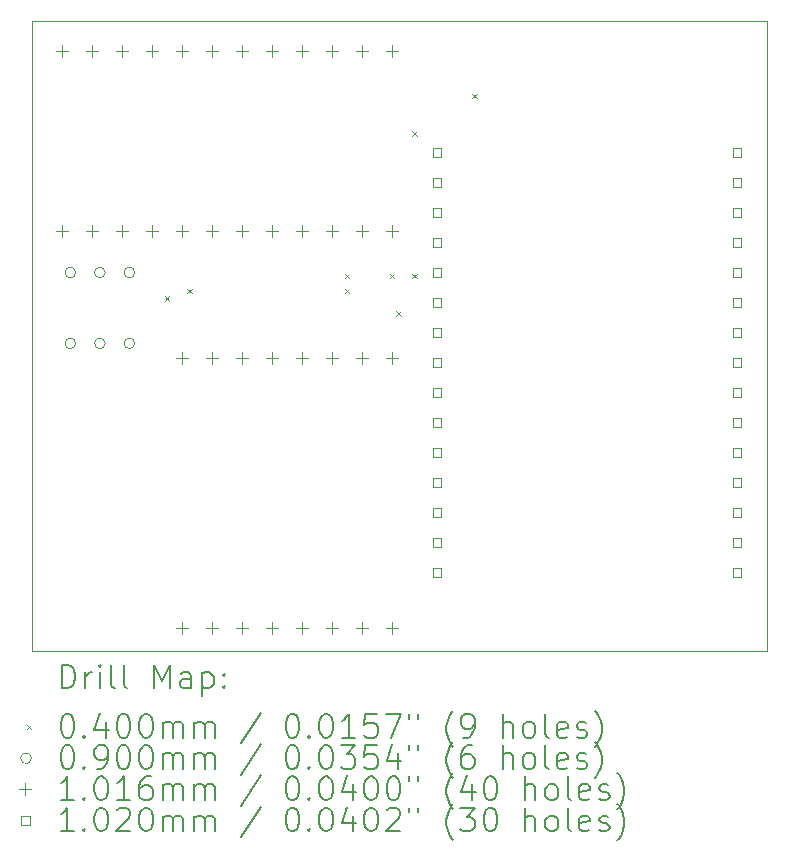
<source format=gbr>
%FSLAX45Y45*%
G04 Gerber Fmt 4.5, Leading zero omitted, Abs format (unit mm)*
G04 Created by KiCad (PCBNEW (6.0.5)) date 2022-12-08 11:31:31*
%MOMM*%
%LPD*%
G01*
G04 APERTURE LIST*
%TA.AperFunction,Profile*%
%ADD10C,0.100000*%
%TD*%
%ADD11C,0.200000*%
%ADD12C,0.040000*%
%ADD13C,0.090000*%
%ADD14C,0.101600*%
%ADD15C,0.102000*%
G04 APERTURE END LIST*
D10*
X10541000Y-5270500D02*
X16764000Y-5270500D01*
X16764000Y-5270500D02*
X16764000Y-10604500D01*
X16764000Y-10604500D02*
X10541000Y-10604500D01*
X10541000Y-10604500D02*
X10541000Y-5270500D01*
D11*
D12*
X11664000Y-7600000D02*
X11704000Y-7640000D01*
X11704000Y-7600000D02*
X11664000Y-7640000D01*
X11854500Y-7536500D02*
X11894500Y-7576500D01*
X11894500Y-7536500D02*
X11854500Y-7576500D01*
X13188000Y-7409500D02*
X13228000Y-7449500D01*
X13228000Y-7409500D02*
X13188000Y-7449500D01*
X13188000Y-7536500D02*
X13228000Y-7576500D01*
X13228000Y-7536500D02*
X13188000Y-7576500D01*
X13569000Y-7409500D02*
X13609000Y-7449500D01*
X13609000Y-7409500D02*
X13569000Y-7449500D01*
X13624251Y-7727000D02*
X13664251Y-7767000D01*
X13664251Y-7727000D02*
X13624251Y-7767000D01*
X13759500Y-6203000D02*
X13799500Y-6243000D01*
X13799500Y-6203000D02*
X13759500Y-6243000D01*
X13759500Y-7409500D02*
X13799500Y-7449500D01*
X13799500Y-7409500D02*
X13759500Y-7449500D01*
X14267500Y-5885500D02*
X14307500Y-5925500D01*
X14307500Y-5885500D02*
X14267500Y-5925500D01*
D13*
X10911500Y-7401000D02*
G75*
G03*
X10911500Y-7401000I-45000J0D01*
G01*
X10911500Y-8001000D02*
G75*
G03*
X10911500Y-8001000I-45000J0D01*
G01*
X11161500Y-7401000D02*
G75*
G03*
X11161500Y-7401000I-45000J0D01*
G01*
X11161500Y-8001000D02*
G75*
G03*
X11161500Y-8001000I-45000J0D01*
G01*
X11411500Y-7401000D02*
G75*
G03*
X11411500Y-7401000I-45000J0D01*
G01*
X11411500Y-8001000D02*
G75*
G03*
X11411500Y-8001000I-45000J0D01*
G01*
D14*
X10795000Y-5473700D02*
X10795000Y-5575300D01*
X10744200Y-5524500D02*
X10845800Y-5524500D01*
X10795000Y-6997700D02*
X10795000Y-7099300D01*
X10744200Y-7048500D02*
X10845800Y-7048500D01*
X11049000Y-5473700D02*
X11049000Y-5575300D01*
X10998200Y-5524500D02*
X11099800Y-5524500D01*
X11049000Y-6997700D02*
X11049000Y-7099300D01*
X10998200Y-7048500D02*
X11099800Y-7048500D01*
X11303000Y-5473700D02*
X11303000Y-5575300D01*
X11252200Y-5524500D02*
X11353800Y-5524500D01*
X11303000Y-6997700D02*
X11303000Y-7099300D01*
X11252200Y-7048500D02*
X11353800Y-7048500D01*
X11557000Y-5473700D02*
X11557000Y-5575300D01*
X11506200Y-5524500D02*
X11607800Y-5524500D01*
X11557000Y-6997700D02*
X11557000Y-7099300D01*
X11506200Y-7048500D02*
X11607800Y-7048500D01*
X11811000Y-5473700D02*
X11811000Y-5575300D01*
X11760200Y-5524500D02*
X11861800Y-5524500D01*
X11811000Y-6997700D02*
X11811000Y-7099300D01*
X11760200Y-7048500D02*
X11861800Y-7048500D01*
X11811000Y-8077200D02*
X11811000Y-8178800D01*
X11760200Y-8128000D02*
X11861800Y-8128000D01*
X11811000Y-10363200D02*
X11811000Y-10464800D01*
X11760200Y-10414000D02*
X11861800Y-10414000D01*
X12065000Y-5473700D02*
X12065000Y-5575300D01*
X12014200Y-5524500D02*
X12115800Y-5524500D01*
X12065000Y-6997700D02*
X12065000Y-7099300D01*
X12014200Y-7048500D02*
X12115800Y-7048500D01*
X12065000Y-8077200D02*
X12065000Y-8178800D01*
X12014200Y-8128000D02*
X12115800Y-8128000D01*
X12065000Y-10363200D02*
X12065000Y-10464800D01*
X12014200Y-10414000D02*
X12115800Y-10414000D01*
X12319000Y-5473700D02*
X12319000Y-5575300D01*
X12268200Y-5524500D02*
X12369800Y-5524500D01*
X12319000Y-6997700D02*
X12319000Y-7099300D01*
X12268200Y-7048500D02*
X12369800Y-7048500D01*
X12319000Y-8077200D02*
X12319000Y-8178800D01*
X12268200Y-8128000D02*
X12369800Y-8128000D01*
X12319000Y-10363200D02*
X12319000Y-10464800D01*
X12268200Y-10414000D02*
X12369800Y-10414000D01*
X12573000Y-5473700D02*
X12573000Y-5575300D01*
X12522200Y-5524500D02*
X12623800Y-5524500D01*
X12573000Y-6997700D02*
X12573000Y-7099300D01*
X12522200Y-7048500D02*
X12623800Y-7048500D01*
X12573000Y-8077200D02*
X12573000Y-8178800D01*
X12522200Y-8128000D02*
X12623800Y-8128000D01*
X12573000Y-10363200D02*
X12573000Y-10464800D01*
X12522200Y-10414000D02*
X12623800Y-10414000D01*
X12827000Y-5473700D02*
X12827000Y-5575300D01*
X12776200Y-5524500D02*
X12877800Y-5524500D01*
X12827000Y-6997700D02*
X12827000Y-7099300D01*
X12776200Y-7048500D02*
X12877800Y-7048500D01*
X12827000Y-8077200D02*
X12827000Y-8178800D01*
X12776200Y-8128000D02*
X12877800Y-8128000D01*
X12827000Y-10363200D02*
X12827000Y-10464800D01*
X12776200Y-10414000D02*
X12877800Y-10414000D01*
X13081000Y-5473700D02*
X13081000Y-5575300D01*
X13030200Y-5524500D02*
X13131800Y-5524500D01*
X13081000Y-6997700D02*
X13081000Y-7099300D01*
X13030200Y-7048500D02*
X13131800Y-7048500D01*
X13081000Y-8077200D02*
X13081000Y-8178800D01*
X13030200Y-8128000D02*
X13131800Y-8128000D01*
X13081000Y-10363200D02*
X13081000Y-10464800D01*
X13030200Y-10414000D02*
X13131800Y-10414000D01*
X13335000Y-5473700D02*
X13335000Y-5575300D01*
X13284200Y-5524500D02*
X13385800Y-5524500D01*
X13335000Y-6997700D02*
X13335000Y-7099300D01*
X13284200Y-7048500D02*
X13385800Y-7048500D01*
X13335000Y-8077200D02*
X13335000Y-8178800D01*
X13284200Y-8128000D02*
X13385800Y-8128000D01*
X13335000Y-10363200D02*
X13335000Y-10464800D01*
X13284200Y-10414000D02*
X13385800Y-10414000D01*
X13589000Y-5473700D02*
X13589000Y-5575300D01*
X13538200Y-5524500D02*
X13639800Y-5524500D01*
X13589000Y-6997700D02*
X13589000Y-7099300D01*
X13538200Y-7048500D02*
X13639800Y-7048500D01*
X13589000Y-8077200D02*
X13589000Y-8178800D01*
X13538200Y-8128000D02*
X13639800Y-8128000D01*
X13589000Y-10363200D02*
X13589000Y-10464800D01*
X13538200Y-10414000D02*
X13639800Y-10414000D01*
D15*
X14006063Y-6422063D02*
X14006063Y-6349937D01*
X13933937Y-6349937D01*
X13933937Y-6422063D01*
X14006063Y-6422063D01*
X14006063Y-6676063D02*
X14006063Y-6603937D01*
X13933937Y-6603937D01*
X13933937Y-6676063D01*
X14006063Y-6676063D01*
X14006063Y-6930063D02*
X14006063Y-6857937D01*
X13933937Y-6857937D01*
X13933937Y-6930063D01*
X14006063Y-6930063D01*
X14006063Y-7184063D02*
X14006063Y-7111937D01*
X13933937Y-7111937D01*
X13933937Y-7184063D01*
X14006063Y-7184063D01*
X14006063Y-7438063D02*
X14006063Y-7365937D01*
X13933937Y-7365937D01*
X13933937Y-7438063D01*
X14006063Y-7438063D01*
X14006063Y-7692063D02*
X14006063Y-7619937D01*
X13933937Y-7619937D01*
X13933937Y-7692063D01*
X14006063Y-7692063D01*
X14006063Y-7946063D02*
X14006063Y-7873937D01*
X13933937Y-7873937D01*
X13933937Y-7946063D01*
X14006063Y-7946063D01*
X14006063Y-8200063D02*
X14006063Y-8127937D01*
X13933937Y-8127937D01*
X13933937Y-8200063D01*
X14006063Y-8200063D01*
X14006063Y-8454063D02*
X14006063Y-8381937D01*
X13933937Y-8381937D01*
X13933937Y-8454063D01*
X14006063Y-8454063D01*
X14006063Y-8708063D02*
X14006063Y-8635937D01*
X13933937Y-8635937D01*
X13933937Y-8708063D01*
X14006063Y-8708063D01*
X14006063Y-8962063D02*
X14006063Y-8889937D01*
X13933937Y-8889937D01*
X13933937Y-8962063D01*
X14006063Y-8962063D01*
X14006063Y-9216063D02*
X14006063Y-9143937D01*
X13933937Y-9143937D01*
X13933937Y-9216063D01*
X14006063Y-9216063D01*
X14006063Y-9470063D02*
X14006063Y-9397937D01*
X13933937Y-9397937D01*
X13933937Y-9470063D01*
X14006063Y-9470063D01*
X14006063Y-9724063D02*
X14006063Y-9651937D01*
X13933937Y-9651937D01*
X13933937Y-9724063D01*
X14006063Y-9724063D01*
X14006063Y-9978063D02*
X14006063Y-9905937D01*
X13933937Y-9905937D01*
X13933937Y-9978063D01*
X14006063Y-9978063D01*
X16546063Y-6422063D02*
X16546063Y-6349937D01*
X16473937Y-6349937D01*
X16473937Y-6422063D01*
X16546063Y-6422063D01*
X16546063Y-6676063D02*
X16546063Y-6603937D01*
X16473937Y-6603937D01*
X16473937Y-6676063D01*
X16546063Y-6676063D01*
X16546063Y-6930063D02*
X16546063Y-6857937D01*
X16473937Y-6857937D01*
X16473937Y-6930063D01*
X16546063Y-6930063D01*
X16546063Y-7184063D02*
X16546063Y-7111937D01*
X16473937Y-7111937D01*
X16473937Y-7184063D01*
X16546063Y-7184063D01*
X16546063Y-7438063D02*
X16546063Y-7365937D01*
X16473937Y-7365937D01*
X16473937Y-7438063D01*
X16546063Y-7438063D01*
X16546063Y-7692063D02*
X16546063Y-7619937D01*
X16473937Y-7619937D01*
X16473937Y-7692063D01*
X16546063Y-7692063D01*
X16546063Y-7946063D02*
X16546063Y-7873937D01*
X16473937Y-7873937D01*
X16473937Y-7946063D01*
X16546063Y-7946063D01*
X16546063Y-8200063D02*
X16546063Y-8127937D01*
X16473937Y-8127937D01*
X16473937Y-8200063D01*
X16546063Y-8200063D01*
X16546063Y-8454063D02*
X16546063Y-8381937D01*
X16473937Y-8381937D01*
X16473937Y-8454063D01*
X16546063Y-8454063D01*
X16546063Y-8708063D02*
X16546063Y-8635937D01*
X16473937Y-8635937D01*
X16473937Y-8708063D01*
X16546063Y-8708063D01*
X16546063Y-8962063D02*
X16546063Y-8889937D01*
X16473937Y-8889937D01*
X16473937Y-8962063D01*
X16546063Y-8962063D01*
X16546063Y-9216063D02*
X16546063Y-9143937D01*
X16473937Y-9143937D01*
X16473937Y-9216063D01*
X16546063Y-9216063D01*
X16546063Y-9470063D02*
X16546063Y-9397937D01*
X16473937Y-9397937D01*
X16473937Y-9470063D01*
X16546063Y-9470063D01*
X16546063Y-9724063D02*
X16546063Y-9651937D01*
X16473937Y-9651937D01*
X16473937Y-9724063D01*
X16546063Y-9724063D01*
X16546063Y-9978063D02*
X16546063Y-9905937D01*
X16473937Y-9905937D01*
X16473937Y-9978063D01*
X16546063Y-9978063D01*
D11*
X10793619Y-10919976D02*
X10793619Y-10719976D01*
X10841238Y-10719976D01*
X10869810Y-10729500D01*
X10888857Y-10748548D01*
X10898381Y-10767595D01*
X10907905Y-10805690D01*
X10907905Y-10834262D01*
X10898381Y-10872357D01*
X10888857Y-10891405D01*
X10869810Y-10910452D01*
X10841238Y-10919976D01*
X10793619Y-10919976D01*
X10993619Y-10919976D02*
X10993619Y-10786643D01*
X10993619Y-10824738D02*
X11003143Y-10805690D01*
X11012667Y-10796167D01*
X11031714Y-10786643D01*
X11050762Y-10786643D01*
X11117429Y-10919976D02*
X11117429Y-10786643D01*
X11117429Y-10719976D02*
X11107905Y-10729500D01*
X11117429Y-10739024D01*
X11126952Y-10729500D01*
X11117429Y-10719976D01*
X11117429Y-10739024D01*
X11241238Y-10919976D02*
X11222190Y-10910452D01*
X11212667Y-10891405D01*
X11212667Y-10719976D01*
X11346000Y-10919976D02*
X11326952Y-10910452D01*
X11317428Y-10891405D01*
X11317428Y-10719976D01*
X11574571Y-10919976D02*
X11574571Y-10719976D01*
X11641238Y-10862833D01*
X11707905Y-10719976D01*
X11707905Y-10919976D01*
X11888857Y-10919976D02*
X11888857Y-10815214D01*
X11879333Y-10796167D01*
X11860286Y-10786643D01*
X11822190Y-10786643D01*
X11803143Y-10796167D01*
X11888857Y-10910452D02*
X11869809Y-10919976D01*
X11822190Y-10919976D01*
X11803143Y-10910452D01*
X11793619Y-10891405D01*
X11793619Y-10872357D01*
X11803143Y-10853310D01*
X11822190Y-10843786D01*
X11869809Y-10843786D01*
X11888857Y-10834262D01*
X11984095Y-10786643D02*
X11984095Y-10986643D01*
X11984095Y-10796167D02*
X12003143Y-10786643D01*
X12041238Y-10786643D01*
X12060286Y-10796167D01*
X12069809Y-10805690D01*
X12079333Y-10824738D01*
X12079333Y-10881881D01*
X12069809Y-10900929D01*
X12060286Y-10910452D01*
X12041238Y-10919976D01*
X12003143Y-10919976D01*
X11984095Y-10910452D01*
X12165048Y-10900929D02*
X12174571Y-10910452D01*
X12165048Y-10919976D01*
X12155524Y-10910452D01*
X12165048Y-10900929D01*
X12165048Y-10919976D01*
X12165048Y-10796167D02*
X12174571Y-10805690D01*
X12165048Y-10815214D01*
X12155524Y-10805690D01*
X12165048Y-10796167D01*
X12165048Y-10815214D01*
D12*
X10496000Y-11229500D02*
X10536000Y-11269500D01*
X10536000Y-11229500D02*
X10496000Y-11269500D01*
D11*
X10831714Y-11139976D02*
X10850762Y-11139976D01*
X10869810Y-11149500D01*
X10879333Y-11159024D01*
X10888857Y-11178071D01*
X10898381Y-11216167D01*
X10898381Y-11263786D01*
X10888857Y-11301881D01*
X10879333Y-11320928D01*
X10869810Y-11330452D01*
X10850762Y-11339976D01*
X10831714Y-11339976D01*
X10812667Y-11330452D01*
X10803143Y-11320928D01*
X10793619Y-11301881D01*
X10784095Y-11263786D01*
X10784095Y-11216167D01*
X10793619Y-11178071D01*
X10803143Y-11159024D01*
X10812667Y-11149500D01*
X10831714Y-11139976D01*
X10984095Y-11320928D02*
X10993619Y-11330452D01*
X10984095Y-11339976D01*
X10974571Y-11330452D01*
X10984095Y-11320928D01*
X10984095Y-11339976D01*
X11165048Y-11206643D02*
X11165048Y-11339976D01*
X11117429Y-11130452D02*
X11069810Y-11273309D01*
X11193619Y-11273309D01*
X11307905Y-11139976D02*
X11326952Y-11139976D01*
X11346000Y-11149500D01*
X11355524Y-11159024D01*
X11365048Y-11178071D01*
X11374571Y-11216167D01*
X11374571Y-11263786D01*
X11365048Y-11301881D01*
X11355524Y-11320928D01*
X11346000Y-11330452D01*
X11326952Y-11339976D01*
X11307905Y-11339976D01*
X11288857Y-11330452D01*
X11279333Y-11320928D01*
X11269809Y-11301881D01*
X11260286Y-11263786D01*
X11260286Y-11216167D01*
X11269809Y-11178071D01*
X11279333Y-11159024D01*
X11288857Y-11149500D01*
X11307905Y-11139976D01*
X11498381Y-11139976D02*
X11517428Y-11139976D01*
X11536476Y-11149500D01*
X11546000Y-11159024D01*
X11555524Y-11178071D01*
X11565048Y-11216167D01*
X11565048Y-11263786D01*
X11555524Y-11301881D01*
X11546000Y-11320928D01*
X11536476Y-11330452D01*
X11517428Y-11339976D01*
X11498381Y-11339976D01*
X11479333Y-11330452D01*
X11469809Y-11320928D01*
X11460286Y-11301881D01*
X11450762Y-11263786D01*
X11450762Y-11216167D01*
X11460286Y-11178071D01*
X11469809Y-11159024D01*
X11479333Y-11149500D01*
X11498381Y-11139976D01*
X11650762Y-11339976D02*
X11650762Y-11206643D01*
X11650762Y-11225690D02*
X11660286Y-11216167D01*
X11679333Y-11206643D01*
X11707905Y-11206643D01*
X11726952Y-11216167D01*
X11736476Y-11235214D01*
X11736476Y-11339976D01*
X11736476Y-11235214D02*
X11746000Y-11216167D01*
X11765048Y-11206643D01*
X11793619Y-11206643D01*
X11812667Y-11216167D01*
X11822190Y-11235214D01*
X11822190Y-11339976D01*
X11917428Y-11339976D02*
X11917428Y-11206643D01*
X11917428Y-11225690D02*
X11926952Y-11216167D01*
X11946000Y-11206643D01*
X11974571Y-11206643D01*
X11993619Y-11216167D01*
X12003143Y-11235214D01*
X12003143Y-11339976D01*
X12003143Y-11235214D02*
X12012667Y-11216167D01*
X12031714Y-11206643D01*
X12060286Y-11206643D01*
X12079333Y-11216167D01*
X12088857Y-11235214D01*
X12088857Y-11339976D01*
X12479333Y-11130452D02*
X12307905Y-11387595D01*
X12736476Y-11139976D02*
X12755524Y-11139976D01*
X12774571Y-11149500D01*
X12784095Y-11159024D01*
X12793619Y-11178071D01*
X12803143Y-11216167D01*
X12803143Y-11263786D01*
X12793619Y-11301881D01*
X12784095Y-11320928D01*
X12774571Y-11330452D01*
X12755524Y-11339976D01*
X12736476Y-11339976D01*
X12717428Y-11330452D01*
X12707905Y-11320928D01*
X12698381Y-11301881D01*
X12688857Y-11263786D01*
X12688857Y-11216167D01*
X12698381Y-11178071D01*
X12707905Y-11159024D01*
X12717428Y-11149500D01*
X12736476Y-11139976D01*
X12888857Y-11320928D02*
X12898381Y-11330452D01*
X12888857Y-11339976D01*
X12879333Y-11330452D01*
X12888857Y-11320928D01*
X12888857Y-11339976D01*
X13022190Y-11139976D02*
X13041238Y-11139976D01*
X13060286Y-11149500D01*
X13069809Y-11159024D01*
X13079333Y-11178071D01*
X13088857Y-11216167D01*
X13088857Y-11263786D01*
X13079333Y-11301881D01*
X13069809Y-11320928D01*
X13060286Y-11330452D01*
X13041238Y-11339976D01*
X13022190Y-11339976D01*
X13003143Y-11330452D01*
X12993619Y-11320928D01*
X12984095Y-11301881D01*
X12974571Y-11263786D01*
X12974571Y-11216167D01*
X12984095Y-11178071D01*
X12993619Y-11159024D01*
X13003143Y-11149500D01*
X13022190Y-11139976D01*
X13279333Y-11339976D02*
X13165048Y-11339976D01*
X13222190Y-11339976D02*
X13222190Y-11139976D01*
X13203143Y-11168548D01*
X13184095Y-11187595D01*
X13165048Y-11197119D01*
X13460286Y-11139976D02*
X13365048Y-11139976D01*
X13355524Y-11235214D01*
X13365048Y-11225690D01*
X13384095Y-11216167D01*
X13431714Y-11216167D01*
X13450762Y-11225690D01*
X13460286Y-11235214D01*
X13469809Y-11254262D01*
X13469809Y-11301881D01*
X13460286Y-11320928D01*
X13450762Y-11330452D01*
X13431714Y-11339976D01*
X13384095Y-11339976D01*
X13365048Y-11330452D01*
X13355524Y-11320928D01*
X13536476Y-11139976D02*
X13669809Y-11139976D01*
X13584095Y-11339976D01*
X13736476Y-11139976D02*
X13736476Y-11178071D01*
X13812667Y-11139976D02*
X13812667Y-11178071D01*
X14107905Y-11416167D02*
X14098381Y-11406643D01*
X14079333Y-11378071D01*
X14069809Y-11359024D01*
X14060286Y-11330452D01*
X14050762Y-11282833D01*
X14050762Y-11244738D01*
X14060286Y-11197119D01*
X14069809Y-11168548D01*
X14079333Y-11149500D01*
X14098381Y-11120929D01*
X14107905Y-11111405D01*
X14193619Y-11339976D02*
X14231714Y-11339976D01*
X14250762Y-11330452D01*
X14260286Y-11320928D01*
X14279333Y-11292357D01*
X14288857Y-11254262D01*
X14288857Y-11178071D01*
X14279333Y-11159024D01*
X14269809Y-11149500D01*
X14250762Y-11139976D01*
X14212667Y-11139976D01*
X14193619Y-11149500D01*
X14184095Y-11159024D01*
X14174571Y-11178071D01*
X14174571Y-11225690D01*
X14184095Y-11244738D01*
X14193619Y-11254262D01*
X14212667Y-11263786D01*
X14250762Y-11263786D01*
X14269809Y-11254262D01*
X14279333Y-11244738D01*
X14288857Y-11225690D01*
X14526952Y-11339976D02*
X14526952Y-11139976D01*
X14612667Y-11339976D02*
X14612667Y-11235214D01*
X14603143Y-11216167D01*
X14584095Y-11206643D01*
X14555524Y-11206643D01*
X14536476Y-11216167D01*
X14526952Y-11225690D01*
X14736476Y-11339976D02*
X14717428Y-11330452D01*
X14707905Y-11320928D01*
X14698381Y-11301881D01*
X14698381Y-11244738D01*
X14707905Y-11225690D01*
X14717428Y-11216167D01*
X14736476Y-11206643D01*
X14765048Y-11206643D01*
X14784095Y-11216167D01*
X14793619Y-11225690D01*
X14803143Y-11244738D01*
X14803143Y-11301881D01*
X14793619Y-11320928D01*
X14784095Y-11330452D01*
X14765048Y-11339976D01*
X14736476Y-11339976D01*
X14917428Y-11339976D02*
X14898381Y-11330452D01*
X14888857Y-11311405D01*
X14888857Y-11139976D01*
X15069809Y-11330452D02*
X15050762Y-11339976D01*
X15012667Y-11339976D01*
X14993619Y-11330452D01*
X14984095Y-11311405D01*
X14984095Y-11235214D01*
X14993619Y-11216167D01*
X15012667Y-11206643D01*
X15050762Y-11206643D01*
X15069809Y-11216167D01*
X15079333Y-11235214D01*
X15079333Y-11254262D01*
X14984095Y-11273309D01*
X15155524Y-11330452D02*
X15174571Y-11339976D01*
X15212667Y-11339976D01*
X15231714Y-11330452D01*
X15241238Y-11311405D01*
X15241238Y-11301881D01*
X15231714Y-11282833D01*
X15212667Y-11273309D01*
X15184095Y-11273309D01*
X15165048Y-11263786D01*
X15155524Y-11244738D01*
X15155524Y-11235214D01*
X15165048Y-11216167D01*
X15184095Y-11206643D01*
X15212667Y-11206643D01*
X15231714Y-11216167D01*
X15307905Y-11416167D02*
X15317428Y-11406643D01*
X15336476Y-11378071D01*
X15346000Y-11359024D01*
X15355524Y-11330452D01*
X15365048Y-11282833D01*
X15365048Y-11244738D01*
X15355524Y-11197119D01*
X15346000Y-11168548D01*
X15336476Y-11149500D01*
X15317428Y-11120929D01*
X15307905Y-11111405D01*
D13*
X10536000Y-11513500D02*
G75*
G03*
X10536000Y-11513500I-45000J0D01*
G01*
D11*
X10831714Y-11403976D02*
X10850762Y-11403976D01*
X10869810Y-11413500D01*
X10879333Y-11423024D01*
X10888857Y-11442071D01*
X10898381Y-11480167D01*
X10898381Y-11527786D01*
X10888857Y-11565881D01*
X10879333Y-11584928D01*
X10869810Y-11594452D01*
X10850762Y-11603976D01*
X10831714Y-11603976D01*
X10812667Y-11594452D01*
X10803143Y-11584928D01*
X10793619Y-11565881D01*
X10784095Y-11527786D01*
X10784095Y-11480167D01*
X10793619Y-11442071D01*
X10803143Y-11423024D01*
X10812667Y-11413500D01*
X10831714Y-11403976D01*
X10984095Y-11584928D02*
X10993619Y-11594452D01*
X10984095Y-11603976D01*
X10974571Y-11594452D01*
X10984095Y-11584928D01*
X10984095Y-11603976D01*
X11088857Y-11603976D02*
X11126952Y-11603976D01*
X11146000Y-11594452D01*
X11155524Y-11584928D01*
X11174571Y-11556357D01*
X11184095Y-11518262D01*
X11184095Y-11442071D01*
X11174571Y-11423024D01*
X11165048Y-11413500D01*
X11146000Y-11403976D01*
X11107905Y-11403976D01*
X11088857Y-11413500D01*
X11079333Y-11423024D01*
X11069810Y-11442071D01*
X11069810Y-11489690D01*
X11079333Y-11508738D01*
X11088857Y-11518262D01*
X11107905Y-11527786D01*
X11146000Y-11527786D01*
X11165048Y-11518262D01*
X11174571Y-11508738D01*
X11184095Y-11489690D01*
X11307905Y-11403976D02*
X11326952Y-11403976D01*
X11346000Y-11413500D01*
X11355524Y-11423024D01*
X11365048Y-11442071D01*
X11374571Y-11480167D01*
X11374571Y-11527786D01*
X11365048Y-11565881D01*
X11355524Y-11584928D01*
X11346000Y-11594452D01*
X11326952Y-11603976D01*
X11307905Y-11603976D01*
X11288857Y-11594452D01*
X11279333Y-11584928D01*
X11269809Y-11565881D01*
X11260286Y-11527786D01*
X11260286Y-11480167D01*
X11269809Y-11442071D01*
X11279333Y-11423024D01*
X11288857Y-11413500D01*
X11307905Y-11403976D01*
X11498381Y-11403976D02*
X11517428Y-11403976D01*
X11536476Y-11413500D01*
X11546000Y-11423024D01*
X11555524Y-11442071D01*
X11565048Y-11480167D01*
X11565048Y-11527786D01*
X11555524Y-11565881D01*
X11546000Y-11584928D01*
X11536476Y-11594452D01*
X11517428Y-11603976D01*
X11498381Y-11603976D01*
X11479333Y-11594452D01*
X11469809Y-11584928D01*
X11460286Y-11565881D01*
X11450762Y-11527786D01*
X11450762Y-11480167D01*
X11460286Y-11442071D01*
X11469809Y-11423024D01*
X11479333Y-11413500D01*
X11498381Y-11403976D01*
X11650762Y-11603976D02*
X11650762Y-11470643D01*
X11650762Y-11489690D02*
X11660286Y-11480167D01*
X11679333Y-11470643D01*
X11707905Y-11470643D01*
X11726952Y-11480167D01*
X11736476Y-11499214D01*
X11736476Y-11603976D01*
X11736476Y-11499214D02*
X11746000Y-11480167D01*
X11765048Y-11470643D01*
X11793619Y-11470643D01*
X11812667Y-11480167D01*
X11822190Y-11499214D01*
X11822190Y-11603976D01*
X11917428Y-11603976D02*
X11917428Y-11470643D01*
X11917428Y-11489690D02*
X11926952Y-11480167D01*
X11946000Y-11470643D01*
X11974571Y-11470643D01*
X11993619Y-11480167D01*
X12003143Y-11499214D01*
X12003143Y-11603976D01*
X12003143Y-11499214D02*
X12012667Y-11480167D01*
X12031714Y-11470643D01*
X12060286Y-11470643D01*
X12079333Y-11480167D01*
X12088857Y-11499214D01*
X12088857Y-11603976D01*
X12479333Y-11394452D02*
X12307905Y-11651595D01*
X12736476Y-11403976D02*
X12755524Y-11403976D01*
X12774571Y-11413500D01*
X12784095Y-11423024D01*
X12793619Y-11442071D01*
X12803143Y-11480167D01*
X12803143Y-11527786D01*
X12793619Y-11565881D01*
X12784095Y-11584928D01*
X12774571Y-11594452D01*
X12755524Y-11603976D01*
X12736476Y-11603976D01*
X12717428Y-11594452D01*
X12707905Y-11584928D01*
X12698381Y-11565881D01*
X12688857Y-11527786D01*
X12688857Y-11480167D01*
X12698381Y-11442071D01*
X12707905Y-11423024D01*
X12717428Y-11413500D01*
X12736476Y-11403976D01*
X12888857Y-11584928D02*
X12898381Y-11594452D01*
X12888857Y-11603976D01*
X12879333Y-11594452D01*
X12888857Y-11584928D01*
X12888857Y-11603976D01*
X13022190Y-11403976D02*
X13041238Y-11403976D01*
X13060286Y-11413500D01*
X13069809Y-11423024D01*
X13079333Y-11442071D01*
X13088857Y-11480167D01*
X13088857Y-11527786D01*
X13079333Y-11565881D01*
X13069809Y-11584928D01*
X13060286Y-11594452D01*
X13041238Y-11603976D01*
X13022190Y-11603976D01*
X13003143Y-11594452D01*
X12993619Y-11584928D01*
X12984095Y-11565881D01*
X12974571Y-11527786D01*
X12974571Y-11480167D01*
X12984095Y-11442071D01*
X12993619Y-11423024D01*
X13003143Y-11413500D01*
X13022190Y-11403976D01*
X13155524Y-11403976D02*
X13279333Y-11403976D01*
X13212667Y-11480167D01*
X13241238Y-11480167D01*
X13260286Y-11489690D01*
X13269809Y-11499214D01*
X13279333Y-11518262D01*
X13279333Y-11565881D01*
X13269809Y-11584928D01*
X13260286Y-11594452D01*
X13241238Y-11603976D01*
X13184095Y-11603976D01*
X13165048Y-11594452D01*
X13155524Y-11584928D01*
X13460286Y-11403976D02*
X13365048Y-11403976D01*
X13355524Y-11499214D01*
X13365048Y-11489690D01*
X13384095Y-11480167D01*
X13431714Y-11480167D01*
X13450762Y-11489690D01*
X13460286Y-11499214D01*
X13469809Y-11518262D01*
X13469809Y-11565881D01*
X13460286Y-11584928D01*
X13450762Y-11594452D01*
X13431714Y-11603976D01*
X13384095Y-11603976D01*
X13365048Y-11594452D01*
X13355524Y-11584928D01*
X13641238Y-11470643D02*
X13641238Y-11603976D01*
X13593619Y-11394452D02*
X13546000Y-11537309D01*
X13669809Y-11537309D01*
X13736476Y-11403976D02*
X13736476Y-11442071D01*
X13812667Y-11403976D02*
X13812667Y-11442071D01*
X14107905Y-11680167D02*
X14098381Y-11670643D01*
X14079333Y-11642071D01*
X14069809Y-11623024D01*
X14060286Y-11594452D01*
X14050762Y-11546833D01*
X14050762Y-11508738D01*
X14060286Y-11461119D01*
X14069809Y-11432548D01*
X14079333Y-11413500D01*
X14098381Y-11384928D01*
X14107905Y-11375405D01*
X14269809Y-11403976D02*
X14231714Y-11403976D01*
X14212667Y-11413500D01*
X14203143Y-11423024D01*
X14184095Y-11451595D01*
X14174571Y-11489690D01*
X14174571Y-11565881D01*
X14184095Y-11584928D01*
X14193619Y-11594452D01*
X14212667Y-11603976D01*
X14250762Y-11603976D01*
X14269809Y-11594452D01*
X14279333Y-11584928D01*
X14288857Y-11565881D01*
X14288857Y-11518262D01*
X14279333Y-11499214D01*
X14269809Y-11489690D01*
X14250762Y-11480167D01*
X14212667Y-11480167D01*
X14193619Y-11489690D01*
X14184095Y-11499214D01*
X14174571Y-11518262D01*
X14526952Y-11603976D02*
X14526952Y-11403976D01*
X14612667Y-11603976D02*
X14612667Y-11499214D01*
X14603143Y-11480167D01*
X14584095Y-11470643D01*
X14555524Y-11470643D01*
X14536476Y-11480167D01*
X14526952Y-11489690D01*
X14736476Y-11603976D02*
X14717428Y-11594452D01*
X14707905Y-11584928D01*
X14698381Y-11565881D01*
X14698381Y-11508738D01*
X14707905Y-11489690D01*
X14717428Y-11480167D01*
X14736476Y-11470643D01*
X14765048Y-11470643D01*
X14784095Y-11480167D01*
X14793619Y-11489690D01*
X14803143Y-11508738D01*
X14803143Y-11565881D01*
X14793619Y-11584928D01*
X14784095Y-11594452D01*
X14765048Y-11603976D01*
X14736476Y-11603976D01*
X14917428Y-11603976D02*
X14898381Y-11594452D01*
X14888857Y-11575405D01*
X14888857Y-11403976D01*
X15069809Y-11594452D02*
X15050762Y-11603976D01*
X15012667Y-11603976D01*
X14993619Y-11594452D01*
X14984095Y-11575405D01*
X14984095Y-11499214D01*
X14993619Y-11480167D01*
X15012667Y-11470643D01*
X15050762Y-11470643D01*
X15069809Y-11480167D01*
X15079333Y-11499214D01*
X15079333Y-11518262D01*
X14984095Y-11537309D01*
X15155524Y-11594452D02*
X15174571Y-11603976D01*
X15212667Y-11603976D01*
X15231714Y-11594452D01*
X15241238Y-11575405D01*
X15241238Y-11565881D01*
X15231714Y-11546833D01*
X15212667Y-11537309D01*
X15184095Y-11537309D01*
X15165048Y-11527786D01*
X15155524Y-11508738D01*
X15155524Y-11499214D01*
X15165048Y-11480167D01*
X15184095Y-11470643D01*
X15212667Y-11470643D01*
X15231714Y-11480167D01*
X15307905Y-11680167D02*
X15317428Y-11670643D01*
X15336476Y-11642071D01*
X15346000Y-11623024D01*
X15355524Y-11594452D01*
X15365048Y-11546833D01*
X15365048Y-11508738D01*
X15355524Y-11461119D01*
X15346000Y-11432548D01*
X15336476Y-11413500D01*
X15317428Y-11384928D01*
X15307905Y-11375405D01*
D14*
X10485200Y-11726700D02*
X10485200Y-11828300D01*
X10434400Y-11777500D02*
X10536000Y-11777500D01*
D11*
X10898381Y-11867976D02*
X10784095Y-11867976D01*
X10841238Y-11867976D02*
X10841238Y-11667976D01*
X10822190Y-11696548D01*
X10803143Y-11715595D01*
X10784095Y-11725119D01*
X10984095Y-11848928D02*
X10993619Y-11858452D01*
X10984095Y-11867976D01*
X10974571Y-11858452D01*
X10984095Y-11848928D01*
X10984095Y-11867976D01*
X11117429Y-11667976D02*
X11136476Y-11667976D01*
X11155524Y-11677500D01*
X11165048Y-11687024D01*
X11174571Y-11706071D01*
X11184095Y-11744167D01*
X11184095Y-11791786D01*
X11174571Y-11829881D01*
X11165048Y-11848928D01*
X11155524Y-11858452D01*
X11136476Y-11867976D01*
X11117429Y-11867976D01*
X11098381Y-11858452D01*
X11088857Y-11848928D01*
X11079333Y-11829881D01*
X11069810Y-11791786D01*
X11069810Y-11744167D01*
X11079333Y-11706071D01*
X11088857Y-11687024D01*
X11098381Y-11677500D01*
X11117429Y-11667976D01*
X11374571Y-11867976D02*
X11260286Y-11867976D01*
X11317428Y-11867976D02*
X11317428Y-11667976D01*
X11298381Y-11696548D01*
X11279333Y-11715595D01*
X11260286Y-11725119D01*
X11546000Y-11667976D02*
X11507905Y-11667976D01*
X11488857Y-11677500D01*
X11479333Y-11687024D01*
X11460286Y-11715595D01*
X11450762Y-11753690D01*
X11450762Y-11829881D01*
X11460286Y-11848928D01*
X11469809Y-11858452D01*
X11488857Y-11867976D01*
X11526952Y-11867976D01*
X11546000Y-11858452D01*
X11555524Y-11848928D01*
X11565048Y-11829881D01*
X11565048Y-11782262D01*
X11555524Y-11763214D01*
X11546000Y-11753690D01*
X11526952Y-11744167D01*
X11488857Y-11744167D01*
X11469809Y-11753690D01*
X11460286Y-11763214D01*
X11450762Y-11782262D01*
X11650762Y-11867976D02*
X11650762Y-11734643D01*
X11650762Y-11753690D02*
X11660286Y-11744167D01*
X11679333Y-11734643D01*
X11707905Y-11734643D01*
X11726952Y-11744167D01*
X11736476Y-11763214D01*
X11736476Y-11867976D01*
X11736476Y-11763214D02*
X11746000Y-11744167D01*
X11765048Y-11734643D01*
X11793619Y-11734643D01*
X11812667Y-11744167D01*
X11822190Y-11763214D01*
X11822190Y-11867976D01*
X11917428Y-11867976D02*
X11917428Y-11734643D01*
X11917428Y-11753690D02*
X11926952Y-11744167D01*
X11946000Y-11734643D01*
X11974571Y-11734643D01*
X11993619Y-11744167D01*
X12003143Y-11763214D01*
X12003143Y-11867976D01*
X12003143Y-11763214D02*
X12012667Y-11744167D01*
X12031714Y-11734643D01*
X12060286Y-11734643D01*
X12079333Y-11744167D01*
X12088857Y-11763214D01*
X12088857Y-11867976D01*
X12479333Y-11658452D02*
X12307905Y-11915595D01*
X12736476Y-11667976D02*
X12755524Y-11667976D01*
X12774571Y-11677500D01*
X12784095Y-11687024D01*
X12793619Y-11706071D01*
X12803143Y-11744167D01*
X12803143Y-11791786D01*
X12793619Y-11829881D01*
X12784095Y-11848928D01*
X12774571Y-11858452D01*
X12755524Y-11867976D01*
X12736476Y-11867976D01*
X12717428Y-11858452D01*
X12707905Y-11848928D01*
X12698381Y-11829881D01*
X12688857Y-11791786D01*
X12688857Y-11744167D01*
X12698381Y-11706071D01*
X12707905Y-11687024D01*
X12717428Y-11677500D01*
X12736476Y-11667976D01*
X12888857Y-11848928D02*
X12898381Y-11858452D01*
X12888857Y-11867976D01*
X12879333Y-11858452D01*
X12888857Y-11848928D01*
X12888857Y-11867976D01*
X13022190Y-11667976D02*
X13041238Y-11667976D01*
X13060286Y-11677500D01*
X13069809Y-11687024D01*
X13079333Y-11706071D01*
X13088857Y-11744167D01*
X13088857Y-11791786D01*
X13079333Y-11829881D01*
X13069809Y-11848928D01*
X13060286Y-11858452D01*
X13041238Y-11867976D01*
X13022190Y-11867976D01*
X13003143Y-11858452D01*
X12993619Y-11848928D01*
X12984095Y-11829881D01*
X12974571Y-11791786D01*
X12974571Y-11744167D01*
X12984095Y-11706071D01*
X12993619Y-11687024D01*
X13003143Y-11677500D01*
X13022190Y-11667976D01*
X13260286Y-11734643D02*
X13260286Y-11867976D01*
X13212667Y-11658452D02*
X13165048Y-11801309D01*
X13288857Y-11801309D01*
X13403143Y-11667976D02*
X13422190Y-11667976D01*
X13441238Y-11677500D01*
X13450762Y-11687024D01*
X13460286Y-11706071D01*
X13469809Y-11744167D01*
X13469809Y-11791786D01*
X13460286Y-11829881D01*
X13450762Y-11848928D01*
X13441238Y-11858452D01*
X13422190Y-11867976D01*
X13403143Y-11867976D01*
X13384095Y-11858452D01*
X13374571Y-11848928D01*
X13365048Y-11829881D01*
X13355524Y-11791786D01*
X13355524Y-11744167D01*
X13365048Y-11706071D01*
X13374571Y-11687024D01*
X13384095Y-11677500D01*
X13403143Y-11667976D01*
X13593619Y-11667976D02*
X13612667Y-11667976D01*
X13631714Y-11677500D01*
X13641238Y-11687024D01*
X13650762Y-11706071D01*
X13660286Y-11744167D01*
X13660286Y-11791786D01*
X13650762Y-11829881D01*
X13641238Y-11848928D01*
X13631714Y-11858452D01*
X13612667Y-11867976D01*
X13593619Y-11867976D01*
X13574571Y-11858452D01*
X13565048Y-11848928D01*
X13555524Y-11829881D01*
X13546000Y-11791786D01*
X13546000Y-11744167D01*
X13555524Y-11706071D01*
X13565048Y-11687024D01*
X13574571Y-11677500D01*
X13593619Y-11667976D01*
X13736476Y-11667976D02*
X13736476Y-11706071D01*
X13812667Y-11667976D02*
X13812667Y-11706071D01*
X14107905Y-11944167D02*
X14098381Y-11934643D01*
X14079333Y-11906071D01*
X14069809Y-11887024D01*
X14060286Y-11858452D01*
X14050762Y-11810833D01*
X14050762Y-11772738D01*
X14060286Y-11725119D01*
X14069809Y-11696548D01*
X14079333Y-11677500D01*
X14098381Y-11648928D01*
X14107905Y-11639405D01*
X14269809Y-11734643D02*
X14269809Y-11867976D01*
X14222190Y-11658452D02*
X14174571Y-11801309D01*
X14298381Y-11801309D01*
X14412667Y-11667976D02*
X14431714Y-11667976D01*
X14450762Y-11677500D01*
X14460286Y-11687024D01*
X14469809Y-11706071D01*
X14479333Y-11744167D01*
X14479333Y-11791786D01*
X14469809Y-11829881D01*
X14460286Y-11848928D01*
X14450762Y-11858452D01*
X14431714Y-11867976D01*
X14412667Y-11867976D01*
X14393619Y-11858452D01*
X14384095Y-11848928D01*
X14374571Y-11829881D01*
X14365048Y-11791786D01*
X14365048Y-11744167D01*
X14374571Y-11706071D01*
X14384095Y-11687024D01*
X14393619Y-11677500D01*
X14412667Y-11667976D01*
X14717428Y-11867976D02*
X14717428Y-11667976D01*
X14803143Y-11867976D02*
X14803143Y-11763214D01*
X14793619Y-11744167D01*
X14774571Y-11734643D01*
X14746000Y-11734643D01*
X14726952Y-11744167D01*
X14717428Y-11753690D01*
X14926952Y-11867976D02*
X14907905Y-11858452D01*
X14898381Y-11848928D01*
X14888857Y-11829881D01*
X14888857Y-11772738D01*
X14898381Y-11753690D01*
X14907905Y-11744167D01*
X14926952Y-11734643D01*
X14955524Y-11734643D01*
X14974571Y-11744167D01*
X14984095Y-11753690D01*
X14993619Y-11772738D01*
X14993619Y-11829881D01*
X14984095Y-11848928D01*
X14974571Y-11858452D01*
X14955524Y-11867976D01*
X14926952Y-11867976D01*
X15107905Y-11867976D02*
X15088857Y-11858452D01*
X15079333Y-11839405D01*
X15079333Y-11667976D01*
X15260286Y-11858452D02*
X15241238Y-11867976D01*
X15203143Y-11867976D01*
X15184095Y-11858452D01*
X15174571Y-11839405D01*
X15174571Y-11763214D01*
X15184095Y-11744167D01*
X15203143Y-11734643D01*
X15241238Y-11734643D01*
X15260286Y-11744167D01*
X15269809Y-11763214D01*
X15269809Y-11782262D01*
X15174571Y-11801309D01*
X15346000Y-11858452D02*
X15365048Y-11867976D01*
X15403143Y-11867976D01*
X15422190Y-11858452D01*
X15431714Y-11839405D01*
X15431714Y-11829881D01*
X15422190Y-11810833D01*
X15403143Y-11801309D01*
X15374571Y-11801309D01*
X15355524Y-11791786D01*
X15346000Y-11772738D01*
X15346000Y-11763214D01*
X15355524Y-11744167D01*
X15374571Y-11734643D01*
X15403143Y-11734643D01*
X15422190Y-11744167D01*
X15498381Y-11944167D02*
X15507905Y-11934643D01*
X15526952Y-11906071D01*
X15536476Y-11887024D01*
X15546000Y-11858452D01*
X15555524Y-11810833D01*
X15555524Y-11772738D01*
X15546000Y-11725119D01*
X15536476Y-11696548D01*
X15526952Y-11677500D01*
X15507905Y-11648928D01*
X15498381Y-11639405D01*
D15*
X10521063Y-12077563D02*
X10521063Y-12005437D01*
X10448937Y-12005437D01*
X10448937Y-12077563D01*
X10521063Y-12077563D01*
D11*
X10898381Y-12131976D02*
X10784095Y-12131976D01*
X10841238Y-12131976D02*
X10841238Y-11931976D01*
X10822190Y-11960548D01*
X10803143Y-11979595D01*
X10784095Y-11989119D01*
X10984095Y-12112928D02*
X10993619Y-12122452D01*
X10984095Y-12131976D01*
X10974571Y-12122452D01*
X10984095Y-12112928D01*
X10984095Y-12131976D01*
X11117429Y-11931976D02*
X11136476Y-11931976D01*
X11155524Y-11941500D01*
X11165048Y-11951024D01*
X11174571Y-11970071D01*
X11184095Y-12008167D01*
X11184095Y-12055786D01*
X11174571Y-12093881D01*
X11165048Y-12112928D01*
X11155524Y-12122452D01*
X11136476Y-12131976D01*
X11117429Y-12131976D01*
X11098381Y-12122452D01*
X11088857Y-12112928D01*
X11079333Y-12093881D01*
X11069810Y-12055786D01*
X11069810Y-12008167D01*
X11079333Y-11970071D01*
X11088857Y-11951024D01*
X11098381Y-11941500D01*
X11117429Y-11931976D01*
X11260286Y-11951024D02*
X11269809Y-11941500D01*
X11288857Y-11931976D01*
X11336476Y-11931976D01*
X11355524Y-11941500D01*
X11365048Y-11951024D01*
X11374571Y-11970071D01*
X11374571Y-11989119D01*
X11365048Y-12017690D01*
X11250762Y-12131976D01*
X11374571Y-12131976D01*
X11498381Y-11931976D02*
X11517428Y-11931976D01*
X11536476Y-11941500D01*
X11546000Y-11951024D01*
X11555524Y-11970071D01*
X11565048Y-12008167D01*
X11565048Y-12055786D01*
X11555524Y-12093881D01*
X11546000Y-12112928D01*
X11536476Y-12122452D01*
X11517428Y-12131976D01*
X11498381Y-12131976D01*
X11479333Y-12122452D01*
X11469809Y-12112928D01*
X11460286Y-12093881D01*
X11450762Y-12055786D01*
X11450762Y-12008167D01*
X11460286Y-11970071D01*
X11469809Y-11951024D01*
X11479333Y-11941500D01*
X11498381Y-11931976D01*
X11650762Y-12131976D02*
X11650762Y-11998643D01*
X11650762Y-12017690D02*
X11660286Y-12008167D01*
X11679333Y-11998643D01*
X11707905Y-11998643D01*
X11726952Y-12008167D01*
X11736476Y-12027214D01*
X11736476Y-12131976D01*
X11736476Y-12027214D02*
X11746000Y-12008167D01*
X11765048Y-11998643D01*
X11793619Y-11998643D01*
X11812667Y-12008167D01*
X11822190Y-12027214D01*
X11822190Y-12131976D01*
X11917428Y-12131976D02*
X11917428Y-11998643D01*
X11917428Y-12017690D02*
X11926952Y-12008167D01*
X11946000Y-11998643D01*
X11974571Y-11998643D01*
X11993619Y-12008167D01*
X12003143Y-12027214D01*
X12003143Y-12131976D01*
X12003143Y-12027214D02*
X12012667Y-12008167D01*
X12031714Y-11998643D01*
X12060286Y-11998643D01*
X12079333Y-12008167D01*
X12088857Y-12027214D01*
X12088857Y-12131976D01*
X12479333Y-11922452D02*
X12307905Y-12179595D01*
X12736476Y-11931976D02*
X12755524Y-11931976D01*
X12774571Y-11941500D01*
X12784095Y-11951024D01*
X12793619Y-11970071D01*
X12803143Y-12008167D01*
X12803143Y-12055786D01*
X12793619Y-12093881D01*
X12784095Y-12112928D01*
X12774571Y-12122452D01*
X12755524Y-12131976D01*
X12736476Y-12131976D01*
X12717428Y-12122452D01*
X12707905Y-12112928D01*
X12698381Y-12093881D01*
X12688857Y-12055786D01*
X12688857Y-12008167D01*
X12698381Y-11970071D01*
X12707905Y-11951024D01*
X12717428Y-11941500D01*
X12736476Y-11931976D01*
X12888857Y-12112928D02*
X12898381Y-12122452D01*
X12888857Y-12131976D01*
X12879333Y-12122452D01*
X12888857Y-12112928D01*
X12888857Y-12131976D01*
X13022190Y-11931976D02*
X13041238Y-11931976D01*
X13060286Y-11941500D01*
X13069809Y-11951024D01*
X13079333Y-11970071D01*
X13088857Y-12008167D01*
X13088857Y-12055786D01*
X13079333Y-12093881D01*
X13069809Y-12112928D01*
X13060286Y-12122452D01*
X13041238Y-12131976D01*
X13022190Y-12131976D01*
X13003143Y-12122452D01*
X12993619Y-12112928D01*
X12984095Y-12093881D01*
X12974571Y-12055786D01*
X12974571Y-12008167D01*
X12984095Y-11970071D01*
X12993619Y-11951024D01*
X13003143Y-11941500D01*
X13022190Y-11931976D01*
X13260286Y-11998643D02*
X13260286Y-12131976D01*
X13212667Y-11922452D02*
X13165048Y-12065309D01*
X13288857Y-12065309D01*
X13403143Y-11931976D02*
X13422190Y-11931976D01*
X13441238Y-11941500D01*
X13450762Y-11951024D01*
X13460286Y-11970071D01*
X13469809Y-12008167D01*
X13469809Y-12055786D01*
X13460286Y-12093881D01*
X13450762Y-12112928D01*
X13441238Y-12122452D01*
X13422190Y-12131976D01*
X13403143Y-12131976D01*
X13384095Y-12122452D01*
X13374571Y-12112928D01*
X13365048Y-12093881D01*
X13355524Y-12055786D01*
X13355524Y-12008167D01*
X13365048Y-11970071D01*
X13374571Y-11951024D01*
X13384095Y-11941500D01*
X13403143Y-11931976D01*
X13546000Y-11951024D02*
X13555524Y-11941500D01*
X13574571Y-11931976D01*
X13622190Y-11931976D01*
X13641238Y-11941500D01*
X13650762Y-11951024D01*
X13660286Y-11970071D01*
X13660286Y-11989119D01*
X13650762Y-12017690D01*
X13536476Y-12131976D01*
X13660286Y-12131976D01*
X13736476Y-11931976D02*
X13736476Y-11970071D01*
X13812667Y-11931976D02*
X13812667Y-11970071D01*
X14107905Y-12208167D02*
X14098381Y-12198643D01*
X14079333Y-12170071D01*
X14069809Y-12151024D01*
X14060286Y-12122452D01*
X14050762Y-12074833D01*
X14050762Y-12036738D01*
X14060286Y-11989119D01*
X14069809Y-11960548D01*
X14079333Y-11941500D01*
X14098381Y-11912928D01*
X14107905Y-11903405D01*
X14165048Y-11931976D02*
X14288857Y-11931976D01*
X14222190Y-12008167D01*
X14250762Y-12008167D01*
X14269809Y-12017690D01*
X14279333Y-12027214D01*
X14288857Y-12046262D01*
X14288857Y-12093881D01*
X14279333Y-12112928D01*
X14269809Y-12122452D01*
X14250762Y-12131976D01*
X14193619Y-12131976D01*
X14174571Y-12122452D01*
X14165048Y-12112928D01*
X14412667Y-11931976D02*
X14431714Y-11931976D01*
X14450762Y-11941500D01*
X14460286Y-11951024D01*
X14469809Y-11970071D01*
X14479333Y-12008167D01*
X14479333Y-12055786D01*
X14469809Y-12093881D01*
X14460286Y-12112928D01*
X14450762Y-12122452D01*
X14431714Y-12131976D01*
X14412667Y-12131976D01*
X14393619Y-12122452D01*
X14384095Y-12112928D01*
X14374571Y-12093881D01*
X14365048Y-12055786D01*
X14365048Y-12008167D01*
X14374571Y-11970071D01*
X14384095Y-11951024D01*
X14393619Y-11941500D01*
X14412667Y-11931976D01*
X14717428Y-12131976D02*
X14717428Y-11931976D01*
X14803143Y-12131976D02*
X14803143Y-12027214D01*
X14793619Y-12008167D01*
X14774571Y-11998643D01*
X14746000Y-11998643D01*
X14726952Y-12008167D01*
X14717428Y-12017690D01*
X14926952Y-12131976D02*
X14907905Y-12122452D01*
X14898381Y-12112928D01*
X14888857Y-12093881D01*
X14888857Y-12036738D01*
X14898381Y-12017690D01*
X14907905Y-12008167D01*
X14926952Y-11998643D01*
X14955524Y-11998643D01*
X14974571Y-12008167D01*
X14984095Y-12017690D01*
X14993619Y-12036738D01*
X14993619Y-12093881D01*
X14984095Y-12112928D01*
X14974571Y-12122452D01*
X14955524Y-12131976D01*
X14926952Y-12131976D01*
X15107905Y-12131976D02*
X15088857Y-12122452D01*
X15079333Y-12103405D01*
X15079333Y-11931976D01*
X15260286Y-12122452D02*
X15241238Y-12131976D01*
X15203143Y-12131976D01*
X15184095Y-12122452D01*
X15174571Y-12103405D01*
X15174571Y-12027214D01*
X15184095Y-12008167D01*
X15203143Y-11998643D01*
X15241238Y-11998643D01*
X15260286Y-12008167D01*
X15269809Y-12027214D01*
X15269809Y-12046262D01*
X15174571Y-12065309D01*
X15346000Y-12122452D02*
X15365048Y-12131976D01*
X15403143Y-12131976D01*
X15422190Y-12122452D01*
X15431714Y-12103405D01*
X15431714Y-12093881D01*
X15422190Y-12074833D01*
X15403143Y-12065309D01*
X15374571Y-12065309D01*
X15355524Y-12055786D01*
X15346000Y-12036738D01*
X15346000Y-12027214D01*
X15355524Y-12008167D01*
X15374571Y-11998643D01*
X15403143Y-11998643D01*
X15422190Y-12008167D01*
X15498381Y-12208167D02*
X15507905Y-12198643D01*
X15526952Y-12170071D01*
X15536476Y-12151024D01*
X15546000Y-12122452D01*
X15555524Y-12074833D01*
X15555524Y-12036738D01*
X15546000Y-11989119D01*
X15536476Y-11960548D01*
X15526952Y-11941500D01*
X15507905Y-11912928D01*
X15498381Y-11903405D01*
M02*

</source>
